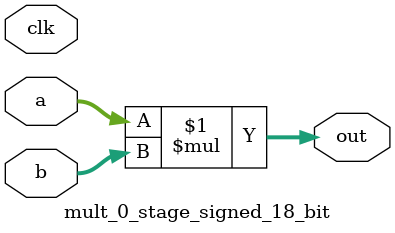
<source format=sv>
(* use_dsp = "yes" *) module mult_0_stage_signed_18_bit(
	input signed [17:0] a,
	input signed [17:0] b,
	output [17:0] out,
	input clk);

	assign out = a * b;
endmodule

</source>
